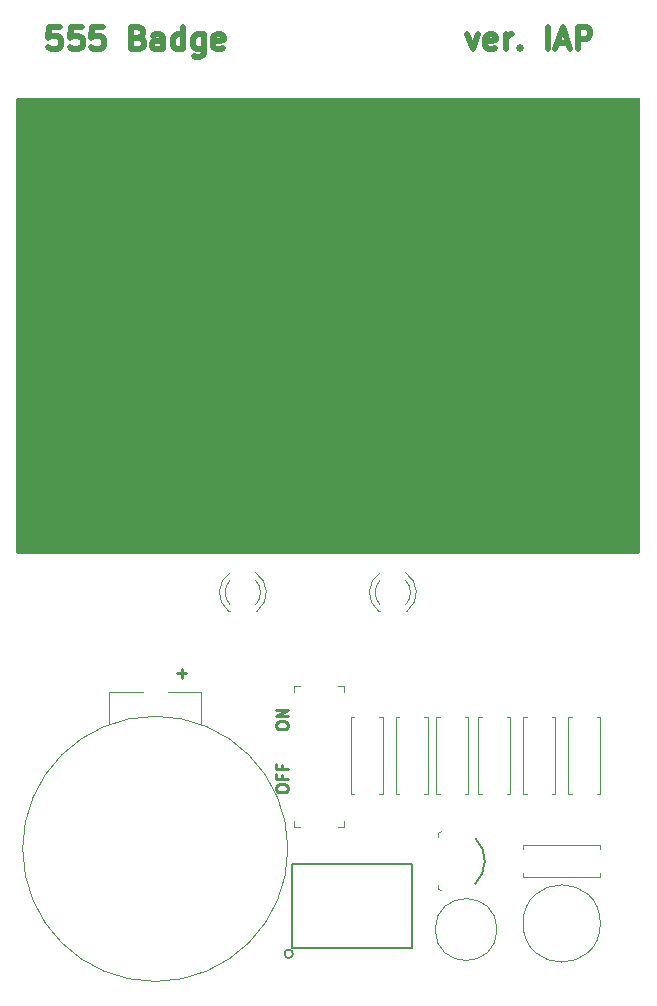
<source format=gbr>
%TF.GenerationSoftware,KiCad,Pcbnew,8.0.3*%
%TF.CreationDate,2024-07-07T15:03:45+03:00*%
%TF.ProjectId,Test,54657374-2e6b-4696-9361-645f70636258,v01*%
%TF.SameCoordinates,Original*%
%TF.FileFunction,Legend,Top*%
%TF.FilePolarity,Positive*%
%FSLAX46Y46*%
G04 Gerber Fmt 4.6, Leading zero omitted, Abs format (unit mm)*
G04 Created by KiCad (PCBNEW 8.0.3) date 2024-07-07 15:03:45*
%MOMM*%
%LPD*%
G01*
G04 APERTURE LIST*
%ADD10C,0.476250*%
%ADD11C,0.250000*%
%ADD12C,0.120000*%
%ADD13C,0.100000*%
%ADD14C,0.203200*%
%ADD15C,0.150000*%
G04 APERTURE END LIST*
D10*
X165685464Y-45462099D02*
X166139036Y-46732099D01*
X166139036Y-46732099D02*
X166592607Y-45462099D01*
X168044036Y-46641385D02*
X167862608Y-46732099D01*
X167862608Y-46732099D02*
X167499751Y-46732099D01*
X167499751Y-46732099D02*
X167318322Y-46641385D01*
X167318322Y-46641385D02*
X167227608Y-46459956D01*
X167227608Y-46459956D02*
X167227608Y-45734242D01*
X167227608Y-45734242D02*
X167318322Y-45552813D01*
X167318322Y-45552813D02*
X167499751Y-45462099D01*
X167499751Y-45462099D02*
X167862608Y-45462099D01*
X167862608Y-45462099D02*
X168044036Y-45552813D01*
X168044036Y-45552813D02*
X168134751Y-45734242D01*
X168134751Y-45734242D02*
X168134751Y-45915670D01*
X168134751Y-45915670D02*
X167227608Y-46097099D01*
X168951179Y-46732099D02*
X168951179Y-45462099D01*
X168951179Y-45824956D02*
X169041893Y-45643527D01*
X169041893Y-45643527D02*
X169132608Y-45552813D01*
X169132608Y-45552813D02*
X169314036Y-45462099D01*
X169314036Y-45462099D02*
X169495465Y-45462099D01*
X170130465Y-46550670D02*
X170221179Y-46641385D01*
X170221179Y-46641385D02*
X170130465Y-46732099D01*
X170130465Y-46732099D02*
X170039751Y-46641385D01*
X170039751Y-46641385D02*
X170130465Y-46550670D01*
X170130465Y-46550670D02*
X170130465Y-46732099D01*
X172489037Y-46732099D02*
X172489037Y-44827099D01*
X173305466Y-46187813D02*
X174212609Y-46187813D01*
X173124037Y-46732099D02*
X173759037Y-44827099D01*
X173759037Y-44827099D02*
X174394037Y-46732099D01*
X175029037Y-46732099D02*
X175029037Y-44827099D01*
X175029037Y-44827099D02*
X175754751Y-44827099D01*
X175754751Y-44827099D02*
X175936180Y-44917813D01*
X175936180Y-44917813D02*
X176026894Y-45008527D01*
X176026894Y-45008527D02*
X176117608Y-45189956D01*
X176117608Y-45189956D02*
X176117608Y-45462099D01*
X176117608Y-45462099D02*
X176026894Y-45643527D01*
X176026894Y-45643527D02*
X175936180Y-45734242D01*
X175936180Y-45734242D02*
X175754751Y-45824956D01*
X175754751Y-45824956D02*
X175029037Y-45824956D01*
D11*
X149486619Y-109388955D02*
X149486619Y-109198479D01*
X149486619Y-109198479D02*
X149534238Y-109103241D01*
X149534238Y-109103241D02*
X149629476Y-109008003D01*
X149629476Y-109008003D02*
X149819952Y-108960384D01*
X149819952Y-108960384D02*
X150153285Y-108960384D01*
X150153285Y-108960384D02*
X150343761Y-109008003D01*
X150343761Y-109008003D02*
X150439000Y-109103241D01*
X150439000Y-109103241D02*
X150486619Y-109198479D01*
X150486619Y-109198479D02*
X150486619Y-109388955D01*
X150486619Y-109388955D02*
X150439000Y-109484193D01*
X150439000Y-109484193D02*
X150343761Y-109579431D01*
X150343761Y-109579431D02*
X150153285Y-109627050D01*
X150153285Y-109627050D02*
X149819952Y-109627050D01*
X149819952Y-109627050D02*
X149629476Y-109579431D01*
X149629476Y-109579431D02*
X149534238Y-109484193D01*
X149534238Y-109484193D02*
X149486619Y-109388955D01*
X149962809Y-108198479D02*
X149962809Y-108531812D01*
X150486619Y-108531812D02*
X149486619Y-108531812D01*
X149486619Y-108531812D02*
X149486619Y-108055622D01*
X149962809Y-107341336D02*
X149962809Y-107674669D01*
X150486619Y-107674669D02*
X149486619Y-107674669D01*
X149486619Y-107674669D02*
X149486619Y-107198479D01*
X141118568Y-99559666D02*
X141880473Y-99559666D01*
X141499520Y-99940619D02*
X141499520Y-99178714D01*
X149486619Y-104054955D02*
X149486619Y-103864479D01*
X149486619Y-103864479D02*
X149534238Y-103769241D01*
X149534238Y-103769241D02*
X149629476Y-103674003D01*
X149629476Y-103674003D02*
X149819952Y-103626384D01*
X149819952Y-103626384D02*
X150153285Y-103626384D01*
X150153285Y-103626384D02*
X150343761Y-103674003D01*
X150343761Y-103674003D02*
X150439000Y-103769241D01*
X150439000Y-103769241D02*
X150486619Y-103864479D01*
X150486619Y-103864479D02*
X150486619Y-104054955D01*
X150486619Y-104054955D02*
X150439000Y-104150193D01*
X150439000Y-104150193D02*
X150343761Y-104245431D01*
X150343761Y-104245431D02*
X150153285Y-104293050D01*
X150153285Y-104293050D02*
X149819952Y-104293050D01*
X149819952Y-104293050D02*
X149629476Y-104245431D01*
X149629476Y-104245431D02*
X149534238Y-104150193D01*
X149534238Y-104150193D02*
X149486619Y-104054955D01*
X150486619Y-103197812D02*
X149486619Y-103197812D01*
X149486619Y-103197812D02*
X150486619Y-102626384D01*
X150486619Y-102626384D02*
X149486619Y-102626384D01*
D10*
X131214036Y-44827099D02*
X130306893Y-44827099D01*
X130306893Y-44827099D02*
X130216179Y-45734242D01*
X130216179Y-45734242D02*
X130306893Y-45643527D01*
X130306893Y-45643527D02*
X130488322Y-45552813D01*
X130488322Y-45552813D02*
X130941893Y-45552813D01*
X130941893Y-45552813D02*
X131123322Y-45643527D01*
X131123322Y-45643527D02*
X131214036Y-45734242D01*
X131214036Y-45734242D02*
X131304750Y-45915670D01*
X131304750Y-45915670D02*
X131304750Y-46369242D01*
X131304750Y-46369242D02*
X131214036Y-46550670D01*
X131214036Y-46550670D02*
X131123322Y-46641385D01*
X131123322Y-46641385D02*
X130941893Y-46732099D01*
X130941893Y-46732099D02*
X130488322Y-46732099D01*
X130488322Y-46732099D02*
X130306893Y-46641385D01*
X130306893Y-46641385D02*
X130216179Y-46550670D01*
X133028322Y-44827099D02*
X132121179Y-44827099D01*
X132121179Y-44827099D02*
X132030465Y-45734242D01*
X132030465Y-45734242D02*
X132121179Y-45643527D01*
X132121179Y-45643527D02*
X132302608Y-45552813D01*
X132302608Y-45552813D02*
X132756179Y-45552813D01*
X132756179Y-45552813D02*
X132937608Y-45643527D01*
X132937608Y-45643527D02*
X133028322Y-45734242D01*
X133028322Y-45734242D02*
X133119036Y-45915670D01*
X133119036Y-45915670D02*
X133119036Y-46369242D01*
X133119036Y-46369242D02*
X133028322Y-46550670D01*
X133028322Y-46550670D02*
X132937608Y-46641385D01*
X132937608Y-46641385D02*
X132756179Y-46732099D01*
X132756179Y-46732099D02*
X132302608Y-46732099D01*
X132302608Y-46732099D02*
X132121179Y-46641385D01*
X132121179Y-46641385D02*
X132030465Y-46550670D01*
X134842608Y-44827099D02*
X133935465Y-44827099D01*
X133935465Y-44827099D02*
X133844751Y-45734242D01*
X133844751Y-45734242D02*
X133935465Y-45643527D01*
X133935465Y-45643527D02*
X134116894Y-45552813D01*
X134116894Y-45552813D02*
X134570465Y-45552813D01*
X134570465Y-45552813D02*
X134751894Y-45643527D01*
X134751894Y-45643527D02*
X134842608Y-45734242D01*
X134842608Y-45734242D02*
X134933322Y-45915670D01*
X134933322Y-45915670D02*
X134933322Y-46369242D01*
X134933322Y-46369242D02*
X134842608Y-46550670D01*
X134842608Y-46550670D02*
X134751894Y-46641385D01*
X134751894Y-46641385D02*
X134570465Y-46732099D01*
X134570465Y-46732099D02*
X134116894Y-46732099D01*
X134116894Y-46732099D02*
X133935465Y-46641385D01*
X133935465Y-46641385D02*
X133844751Y-46550670D01*
X137836180Y-45734242D02*
X138108323Y-45824956D01*
X138108323Y-45824956D02*
X138199037Y-45915670D01*
X138199037Y-45915670D02*
X138289751Y-46097099D01*
X138289751Y-46097099D02*
X138289751Y-46369242D01*
X138289751Y-46369242D02*
X138199037Y-46550670D01*
X138199037Y-46550670D02*
X138108323Y-46641385D01*
X138108323Y-46641385D02*
X137926894Y-46732099D01*
X137926894Y-46732099D02*
X137201180Y-46732099D01*
X137201180Y-46732099D02*
X137201180Y-44827099D01*
X137201180Y-44827099D02*
X137836180Y-44827099D01*
X137836180Y-44827099D02*
X138017609Y-44917813D01*
X138017609Y-44917813D02*
X138108323Y-45008527D01*
X138108323Y-45008527D02*
X138199037Y-45189956D01*
X138199037Y-45189956D02*
X138199037Y-45371385D01*
X138199037Y-45371385D02*
X138108323Y-45552813D01*
X138108323Y-45552813D02*
X138017609Y-45643527D01*
X138017609Y-45643527D02*
X137836180Y-45734242D01*
X137836180Y-45734242D02*
X137201180Y-45734242D01*
X139922609Y-46732099D02*
X139922609Y-45734242D01*
X139922609Y-45734242D02*
X139831894Y-45552813D01*
X139831894Y-45552813D02*
X139650466Y-45462099D01*
X139650466Y-45462099D02*
X139287609Y-45462099D01*
X139287609Y-45462099D02*
X139106180Y-45552813D01*
X139922609Y-46641385D02*
X139741180Y-46732099D01*
X139741180Y-46732099D02*
X139287609Y-46732099D01*
X139287609Y-46732099D02*
X139106180Y-46641385D01*
X139106180Y-46641385D02*
X139015466Y-46459956D01*
X139015466Y-46459956D02*
X139015466Y-46278527D01*
X139015466Y-46278527D02*
X139106180Y-46097099D01*
X139106180Y-46097099D02*
X139287609Y-46006385D01*
X139287609Y-46006385D02*
X139741180Y-46006385D01*
X139741180Y-46006385D02*
X139922609Y-45915670D01*
X141646180Y-46732099D02*
X141646180Y-44827099D01*
X141646180Y-46641385D02*
X141464751Y-46732099D01*
X141464751Y-46732099D02*
X141101894Y-46732099D01*
X141101894Y-46732099D02*
X140920465Y-46641385D01*
X140920465Y-46641385D02*
X140829751Y-46550670D01*
X140829751Y-46550670D02*
X140739037Y-46369242D01*
X140739037Y-46369242D02*
X140739037Y-45824956D01*
X140739037Y-45824956D02*
X140829751Y-45643527D01*
X140829751Y-45643527D02*
X140920465Y-45552813D01*
X140920465Y-45552813D02*
X141101894Y-45462099D01*
X141101894Y-45462099D02*
X141464751Y-45462099D01*
X141464751Y-45462099D02*
X141646180Y-45552813D01*
X143369751Y-45462099D02*
X143369751Y-47004242D01*
X143369751Y-47004242D02*
X143279036Y-47185670D01*
X143279036Y-47185670D02*
X143188322Y-47276385D01*
X143188322Y-47276385D02*
X143006893Y-47367099D01*
X143006893Y-47367099D02*
X142734751Y-47367099D01*
X142734751Y-47367099D02*
X142553322Y-47276385D01*
X143369751Y-46641385D02*
X143188322Y-46732099D01*
X143188322Y-46732099D02*
X142825465Y-46732099D01*
X142825465Y-46732099D02*
X142644036Y-46641385D01*
X142644036Y-46641385D02*
X142553322Y-46550670D01*
X142553322Y-46550670D02*
X142462608Y-46369242D01*
X142462608Y-46369242D02*
X142462608Y-45824956D01*
X142462608Y-45824956D02*
X142553322Y-45643527D01*
X142553322Y-45643527D02*
X142644036Y-45552813D01*
X142644036Y-45552813D02*
X142825465Y-45462099D01*
X142825465Y-45462099D02*
X143188322Y-45462099D01*
X143188322Y-45462099D02*
X143369751Y-45552813D01*
X145002607Y-46641385D02*
X144821179Y-46732099D01*
X144821179Y-46732099D02*
X144458322Y-46732099D01*
X144458322Y-46732099D02*
X144276893Y-46641385D01*
X144276893Y-46641385D02*
X144186179Y-46459956D01*
X144186179Y-46459956D02*
X144186179Y-45734242D01*
X144186179Y-45734242D02*
X144276893Y-45552813D01*
X144276893Y-45552813D02*
X144458322Y-45462099D01*
X144458322Y-45462099D02*
X144821179Y-45462099D01*
X144821179Y-45462099D02*
X145002607Y-45552813D01*
X145002607Y-45552813D02*
X145093322Y-45734242D01*
X145093322Y-45734242D02*
X145093322Y-45915670D01*
X145093322Y-45915670D02*
X144186179Y-46097099D01*
D12*
%TO.C,R5*%
X155805200Y-103232200D02*
X156135200Y-103232200D01*
X155805200Y-109772200D02*
X155805200Y-103232200D01*
X156135200Y-109772200D02*
X155805200Y-109772200D01*
X158215200Y-109772200D02*
X158545200Y-109772200D01*
X158545200Y-103232200D02*
X158215200Y-103232200D01*
X158545200Y-109772200D02*
X158545200Y-103232200D01*
%TO.C,R1*%
X163044200Y-103232200D02*
X163044200Y-109772200D01*
X163044200Y-109772200D02*
X163374200Y-109772200D01*
X163374200Y-103232200D02*
X163044200Y-103232200D01*
X165454200Y-103232200D02*
X165784200Y-103232200D01*
X165784200Y-103232200D02*
X165784200Y-109772200D01*
X165784200Y-109772200D02*
X165454200Y-109772200D01*
%TO.C,R4*%
X170410200Y-103232200D02*
X170410200Y-109772200D01*
X170410200Y-109772200D02*
X170740200Y-109772200D01*
X170740200Y-103232200D02*
X170410200Y-103232200D01*
X172820200Y-103232200D02*
X173150200Y-103232200D01*
X173150200Y-103232200D02*
X173150200Y-109772200D01*
X173150200Y-109772200D02*
X172820200Y-109772200D01*
%TO.C,R7*%
X170415200Y-114062200D02*
X170415200Y-114392200D01*
X170415200Y-116802200D02*
X170415200Y-116472200D01*
X176955200Y-114062200D02*
X170415200Y-114062200D01*
X176955200Y-114392200D02*
X176955200Y-114062200D01*
X176955200Y-116472200D02*
X176955200Y-116802200D01*
X176955200Y-116802200D02*
X170415200Y-116802200D01*
D13*
%TO.C,S1*%
X151011200Y-100640600D02*
X151011200Y-101140600D01*
X151011200Y-100640600D02*
X151511200Y-100640600D01*
X151011200Y-112540600D02*
X151011200Y-112040600D01*
X151011200Y-112540600D02*
X151511200Y-112540600D01*
X155211200Y-100640600D02*
X154711200Y-100640600D01*
X155211200Y-100640600D02*
X155211200Y-101140600D01*
X155211200Y-112540600D02*
X154711200Y-112540600D01*
X155211200Y-112540600D02*
X155211200Y-112040600D01*
D12*
%TO.C,D1*%
X145449000Y-94270000D02*
X145605000Y-94270000D01*
X147765000Y-94270000D02*
X147921000Y-94270000D01*
X145449484Y-94270000D02*
G75*
G02*
X145606392Y-91037665I1235516J1560000D01*
G01*
X145605000Y-93750961D02*
G75*
G02*
X145605163Y-91668870I1080000J1040961D01*
G01*
X147763608Y-91037665D02*
G75*
G02*
X147920516Y-94270000I-1078608J-1672335D01*
G01*
X147764837Y-91668870D02*
G75*
G02*
X147765000Y-93750961I-1079837J-1041130D01*
G01*
D13*
%TO.C,BAT1*%
X135356600Y-101104700D02*
X138201400Y-101104700D01*
X135356600Y-103847900D02*
X135356600Y-101104700D01*
X143179800Y-101104700D02*
X140335000Y-101104700D01*
X143179800Y-103847900D02*
X143179800Y-101104700D01*
X150495000Y-114414300D02*
G75*
G02*
X128041400Y-114414300I-11226800J0D01*
G01*
X128041400Y-114414300D02*
G75*
G02*
X150495000Y-114414300I11226800J0D01*
G01*
D12*
%TO.C,C1*%
X168202600Y-121243600D02*
G75*
G02*
X162962600Y-121243600I-2620000J0D01*
G01*
X162962600Y-121243600D02*
G75*
G02*
X168202600Y-121243600I2620000J0D01*
G01*
%TO.C,C2*%
X176955200Y-120731600D02*
G75*
G02*
X170415200Y-120731600I-3270000J0D01*
G01*
X170415200Y-120731600D02*
G75*
G02*
X176955200Y-120731600I3270000J0D01*
G01*
%TO.C,R6*%
X159615200Y-103232200D02*
X159945200Y-103232200D01*
X159615200Y-109772200D02*
X159615200Y-103232200D01*
X159945200Y-109772200D02*
X159615200Y-109772200D01*
X162025200Y-109772200D02*
X162355200Y-109772200D01*
X162355200Y-103232200D02*
X162025200Y-103232200D01*
X162355200Y-109772200D02*
X162355200Y-103232200D01*
%TO.C,R3*%
X174220200Y-103232200D02*
X174220200Y-109772200D01*
X174220200Y-109772200D02*
X174550200Y-109772200D01*
X174550200Y-103232200D02*
X174220200Y-103232200D01*
X176630200Y-103232200D02*
X176960200Y-103232200D01*
X176960200Y-103232200D02*
X176960200Y-109772200D01*
X176960200Y-109772200D02*
X176630200Y-109772200D01*
%TO.C,R2*%
X166600200Y-103232200D02*
X166930200Y-103232200D01*
X166600200Y-109772200D02*
X166600200Y-103232200D01*
X166930200Y-109772200D02*
X166600200Y-109772200D01*
X169010200Y-109772200D02*
X169340200Y-109772200D01*
X169340200Y-103232200D02*
X169010200Y-103232200D01*
X169340200Y-109772200D02*
X169340200Y-103232200D01*
D14*
%TO.C,U1*%
X150825200Y-115686200D02*
X150825200Y-122798200D01*
X160985200Y-115686200D02*
X150825200Y-115686200D01*
X160985200Y-115686200D02*
X160985200Y-122798200D01*
X160985200Y-122798200D02*
X150825200Y-122798200D01*
X150930410Y-123306200D02*
G75*
G02*
X150211990Y-123306200I-359210J0D01*
G01*
X150211990Y-123306200D02*
G75*
G02*
X150930410Y-123306200I359210J0D01*
G01*
D13*
%TO.C,Q1*%
X163195200Y-113082200D02*
X163495200Y-112932200D01*
X163195200Y-113382200D02*
X163195200Y-113082200D01*
X163195200Y-117782200D02*
X163195200Y-117482200D01*
X163195200Y-117782200D02*
X163495200Y-117932200D01*
D15*
X166395200Y-113532200D02*
G75*
G02*
X166345200Y-117382200I-1950000J-1900000D01*
G01*
D12*
%TO.C,D2*%
X158149000Y-94270000D02*
X158305000Y-94270000D01*
X160465000Y-94270000D02*
X160621000Y-94270000D01*
X158149484Y-94270000D02*
G75*
G02*
X158306392Y-91037665I1235516J1560000D01*
G01*
X158305000Y-93750961D02*
G75*
G02*
X158305163Y-91668870I1080000J1040961D01*
G01*
X160463608Y-91037665D02*
G75*
G02*
X160620516Y-94270000I-1078608J-1672335D01*
G01*
X160464837Y-91668870D02*
G75*
G02*
X160465000Y-93750961I-1079837J-1041130D01*
G01*
%TD*%
G36*
X180282121Y-50820002D02*
G01*
X180328614Y-50873658D01*
X180340000Y-50926000D01*
X180340000Y-89282000D01*
X180319998Y-89350121D01*
X180266342Y-89396614D01*
X180214000Y-89408000D01*
X127634000Y-89408000D01*
X127565879Y-89387998D01*
X127519386Y-89334342D01*
X127508000Y-89282000D01*
X127508000Y-50926000D01*
X127528002Y-50857879D01*
X127581658Y-50811386D01*
X127634000Y-50800000D01*
X180214000Y-50800000D01*
X180282121Y-50820002D01*
G37*
M02*

</source>
